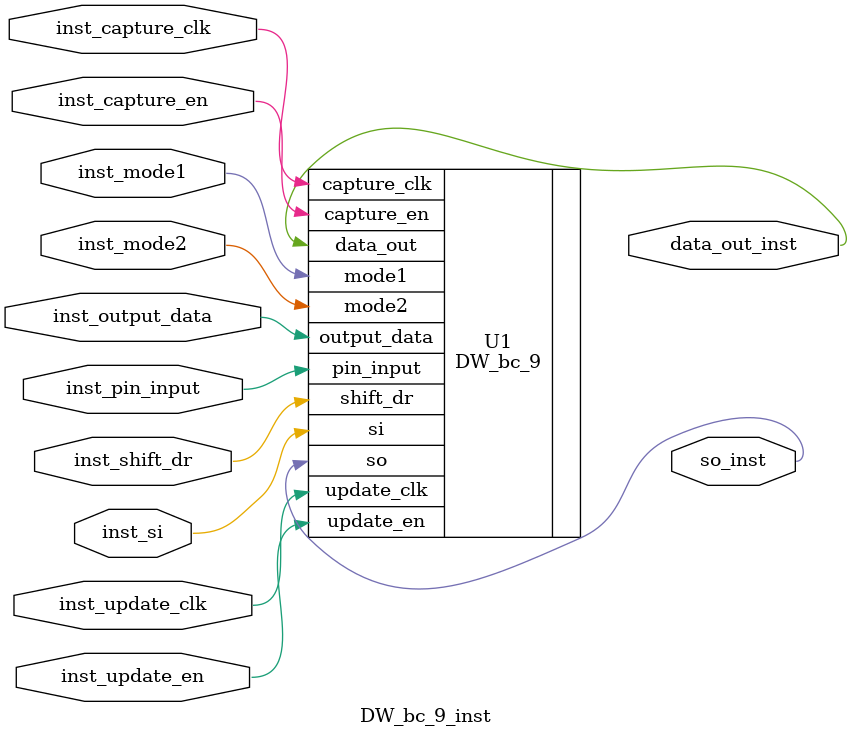
<source format=v>
module DW_bc_9_inst(inst_capture_clk, inst_update_clk, inst_capture_en, 
                    inst_update_en, inst_shift_dr, inst_mode1, inst_mode2, 
                    inst_si, inst_pin_input, inst_output_data, data_out_inst, 
                    so_inst );
  input inst_capture_clk;
  input inst_update_clk;
  input inst_capture_en;
  input inst_update_en;
  input inst_shift_dr;
  input inst_mode1;
  input inst_mode2;
  input inst_si;
  input inst_pin_input;
  input inst_output_data;
  output data_out_inst;
  output so_inst;

  // Instance of DW_bc_9
  DW_bc_9 
    U1 (.capture_clk(inst_capture_clk),
        .update_clk(inst_update_clk),
        .capture_en(inst_capture_en),
        .update_en(inst_update_en),
        .shift_dr(inst_shift_dr),
        .mode1(inst_mode1),
        .mode2(inst_mode2),
        .si(inst_si),
        .pin_input(inst_pin_input),
        .output_data(inst_output_data),
        .data_out(data_out_inst),
        .so(so_inst) );
endmodule

</source>
